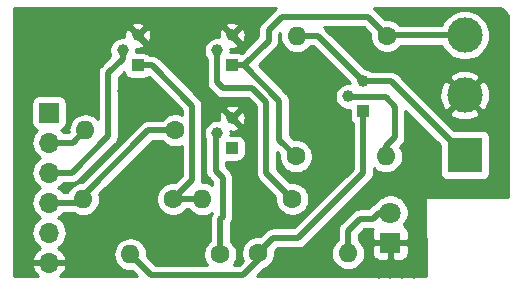
<source format=gbr>
G04 #@! TF.GenerationSoftware,KiCad,Pcbnew,(5.1.0)-1*
G04 #@! TF.CreationDate,2019-12-29T21:42:18+00:00*
G04 #@! TF.ProjectId,WebastoWBUSInterface,57656261-7374-46f5-9742-5553496e7465,rev?*
G04 #@! TF.SameCoordinates,Original*
G04 #@! TF.FileFunction,Copper,L1,Top*
G04 #@! TF.FilePolarity,Positive*
%FSLAX46Y46*%
G04 Gerber Fmt 4.6, Leading zero omitted, Abs format (unit mm)*
G04 Created by KiCad (PCBNEW (5.1.0)-1) date 2019-12-29 21:42:18*
%MOMM*%
%LPD*%
G04 APERTURE LIST*
%ADD10C,1.600000*%
%ADD11O,1.600000X1.600000*%
%ADD12R,3.000000X3.000000*%
%ADD13C,3.000000*%
%ADD14C,1.000000*%
%ADD15R,1.000000X1.000000*%
%ADD16R,1.700000X1.700000*%
%ADD17O,1.700000X1.700000*%
%ADD18R,1.800000X1.800000*%
%ADD19C,1.800000*%
%ADD20C,0.800000*%
%ADD21C,0.500000*%
%ADD22C,0.254000*%
G04 APERTURE END LIST*
D10*
X96100000Y-92800000D03*
D11*
X88480000Y-92800000D03*
D10*
X96400000Y-89200000D03*
D11*
X104020000Y-89200000D03*
D10*
X90000000Y-97500000D03*
D11*
X82380000Y-97500000D03*
D10*
X86000000Y-92800000D03*
D11*
X78380000Y-92800000D03*
D10*
X86200000Y-87000000D03*
D11*
X78580000Y-87000000D03*
D10*
X93200000Y-97400000D03*
D11*
X100820000Y-97400000D03*
D10*
X104100000Y-79000000D03*
D11*
X96480000Y-79000000D03*
D12*
X110700000Y-89100000D03*
D13*
X110700000Y-84020000D03*
X110700000Y-78940000D03*
D14*
X100830000Y-84130000D03*
X102100000Y-82860000D03*
D15*
X102100000Y-85400000D03*
D14*
X89730000Y-80230000D03*
X91000000Y-78960000D03*
D15*
X91000000Y-81500000D03*
D14*
X81730000Y-80230000D03*
X83000000Y-78960000D03*
D15*
X83000000Y-81500000D03*
D14*
X89730000Y-87230000D03*
X91000000Y-85960000D03*
D15*
X91000000Y-88500000D03*
D16*
X75500000Y-85500000D03*
D17*
X75500000Y-88040000D03*
X75500000Y-90580000D03*
X75500000Y-93120000D03*
X75500000Y-95660000D03*
X75500000Y-98200000D03*
D18*
X104400000Y-96500000D03*
D19*
X104400000Y-93960000D03*
D20*
X103400000Y-99200000D03*
X104400000Y-99200000D03*
X105400000Y-99200000D03*
X106400000Y-99200000D03*
X79100000Y-83700000D03*
X78100000Y-83700000D03*
X79100000Y-82700000D03*
X78100000Y-82700000D03*
X81700000Y-83700000D03*
X82900000Y-83700000D03*
D21*
X103430000Y-93960000D02*
X104400000Y-93960000D01*
X102890000Y-94500000D02*
X103430000Y-93960000D01*
X101800000Y-94500000D02*
X102890000Y-94500000D01*
X100820000Y-97400000D02*
X100820000Y-95480000D01*
X100820000Y-95480000D02*
X101800000Y-94500000D01*
X75500000Y-93120000D02*
X78060000Y-93120000D01*
X78060000Y-93120000D02*
X78380000Y-92800000D01*
X83900000Y-87000000D02*
X86200000Y-87000000D01*
X78380000Y-92800000D02*
X78380000Y-92520000D01*
X78380000Y-92520000D02*
X83900000Y-87000000D01*
X77540000Y-88040000D02*
X78580000Y-87000000D01*
X75500000Y-88040000D02*
X77540000Y-88040000D01*
X81730000Y-80937106D02*
X81730000Y-80230000D01*
X80500000Y-82167106D02*
X81730000Y-80937106D01*
X80500000Y-87500000D02*
X80500000Y-82167106D01*
X75500000Y-90580000D02*
X77420000Y-90580000D01*
X77420000Y-90580000D02*
X80500000Y-87500000D01*
X95000000Y-87800000D02*
X96400000Y-89200000D01*
X95000000Y-84500000D02*
X95000000Y-87800000D01*
X91000000Y-81500000D02*
X92000000Y-81500000D01*
X92000000Y-81500000D02*
X95000000Y-84500000D01*
X104160000Y-78940000D02*
X104100000Y-79000000D01*
X110700000Y-78940000D02*
X104160000Y-78940000D01*
X94100000Y-79400000D02*
X92000000Y-81500000D01*
X94100000Y-78500000D02*
X94100000Y-79400000D01*
X95200000Y-77400000D02*
X94100000Y-78500000D01*
X104100000Y-79000000D02*
X102500000Y-77400000D01*
X102500000Y-77400000D02*
X95200000Y-77400000D01*
X98240000Y-79000000D02*
X102100000Y-82860000D01*
X96480000Y-79000000D02*
X98240000Y-79000000D01*
X104460000Y-82860000D02*
X102100000Y-82860000D01*
X110700000Y-89100000D02*
X104460000Y-82860000D01*
X93900000Y-90600000D02*
X96100000Y-92800000D01*
X93900000Y-84600000D02*
X93900000Y-90600000D01*
X92700000Y-83400000D02*
X93900000Y-84600000D01*
X90200000Y-83400000D02*
X92700000Y-83400000D01*
X89730000Y-80230000D02*
X89730000Y-82930000D01*
X89730000Y-82930000D02*
X90200000Y-83400000D01*
X86000000Y-92800000D02*
X88480000Y-92800000D01*
X84200000Y-81500000D02*
X83000000Y-81500000D01*
X87600000Y-84900000D02*
X84200000Y-81500000D01*
X87600000Y-91200000D02*
X87600000Y-84900000D01*
X86000000Y-92800000D02*
X87600000Y-91200000D01*
X84153818Y-99273818D02*
X82380000Y-97500000D01*
X91926182Y-99273818D02*
X84153818Y-99273818D01*
X93200000Y-97400000D02*
X93200000Y-98000000D01*
X93200000Y-98000000D02*
X91926182Y-99273818D01*
X94500000Y-96100000D02*
X93200000Y-97400000D01*
X96600000Y-96100000D02*
X94500000Y-96100000D01*
X102100000Y-85400000D02*
X102100000Y-90600000D01*
X102100000Y-90600000D02*
X96600000Y-96100000D01*
X90000000Y-94500000D02*
X90000000Y-97500000D01*
X90200000Y-94300000D02*
X90000000Y-94500000D01*
X90200000Y-91000000D02*
X90200000Y-94300000D01*
X89600000Y-90400000D02*
X90200000Y-91000000D01*
X89730000Y-87230000D02*
X89600000Y-87360000D01*
X89600000Y-87360000D02*
X89600000Y-90400000D01*
X100900000Y-84200000D02*
X100830000Y-84130000D01*
X104000000Y-84200000D02*
X100900000Y-84200000D01*
X104783183Y-84983183D02*
X104000000Y-84200000D01*
X104783183Y-87583183D02*
X104783183Y-84983183D01*
X104020000Y-89200000D02*
X104020000Y-88346366D01*
X104020000Y-88346366D02*
X104783183Y-87583183D01*
D22*
G36*
X113662540Y-76679102D02*
G01*
X113818894Y-76726308D01*
X113963096Y-76802982D01*
X114089663Y-76906207D01*
X114193769Y-77032051D01*
X114271447Y-77175711D01*
X114319742Y-77331729D01*
X114340000Y-77524473D01*
X114340001Y-81967572D01*
X114340000Y-81967582D01*
X114340001Y-92673000D01*
X107469296Y-92673000D01*
X107443791Y-92675587D01*
X107420010Y-92682954D01*
X107398122Y-92694818D01*
X107378970Y-92710724D01*
X107363288Y-92730061D01*
X107351681Y-92752086D01*
X107344593Y-92775952D01*
X107342298Y-92800743D01*
X107380546Y-99340000D01*
X93111578Y-99340000D01*
X93709310Y-98742269D01*
X93879727Y-98671680D01*
X94114759Y-98514637D01*
X94314637Y-98314759D01*
X94471680Y-98079727D01*
X94579853Y-97818574D01*
X94635000Y-97541335D01*
X94635000Y-97400000D01*
X99378057Y-97400000D01*
X99405764Y-97681309D01*
X99487818Y-97951808D01*
X99621068Y-98201101D01*
X99800392Y-98419608D01*
X100018899Y-98598932D01*
X100268192Y-98732182D01*
X100538691Y-98814236D01*
X100749508Y-98835000D01*
X100890492Y-98835000D01*
X101101309Y-98814236D01*
X101371808Y-98732182D01*
X101621101Y-98598932D01*
X101839608Y-98419608D01*
X102018932Y-98201101D01*
X102152182Y-97951808D01*
X102234236Y-97681309D01*
X102261943Y-97400000D01*
X102861928Y-97400000D01*
X102874188Y-97524482D01*
X102910498Y-97644180D01*
X102969463Y-97754494D01*
X103048815Y-97851185D01*
X103145506Y-97930537D01*
X103255820Y-97989502D01*
X103375518Y-98025812D01*
X103500000Y-98038072D01*
X104114250Y-98035000D01*
X104273000Y-97876250D01*
X104273000Y-96627000D01*
X104527000Y-96627000D01*
X104527000Y-97876250D01*
X104685750Y-98035000D01*
X105300000Y-98038072D01*
X105424482Y-98025812D01*
X105544180Y-97989502D01*
X105654494Y-97930537D01*
X105751185Y-97851185D01*
X105830537Y-97754494D01*
X105889502Y-97644180D01*
X105925812Y-97524482D01*
X105938072Y-97400000D01*
X105935000Y-96785750D01*
X105776250Y-96627000D01*
X104527000Y-96627000D01*
X104273000Y-96627000D01*
X103023750Y-96627000D01*
X102865000Y-96785750D01*
X102861928Y-97400000D01*
X102261943Y-97400000D01*
X102234236Y-97118691D01*
X102152182Y-96848192D01*
X102018932Y-96598899D01*
X101839608Y-96380392D01*
X101705000Y-96269922D01*
X101705000Y-95846578D01*
X102166579Y-95385000D01*
X102846531Y-95385000D01*
X102890000Y-95389281D01*
X102900666Y-95388231D01*
X102874188Y-95475518D01*
X102861928Y-95600000D01*
X102865000Y-96214250D01*
X103023750Y-96373000D01*
X104273000Y-96373000D01*
X104273000Y-96353000D01*
X104527000Y-96353000D01*
X104527000Y-96373000D01*
X105776250Y-96373000D01*
X105935000Y-96214250D01*
X105938072Y-95600000D01*
X105925812Y-95475518D01*
X105889502Y-95355820D01*
X105830537Y-95245506D01*
X105751185Y-95148815D01*
X105654494Y-95069463D01*
X105544180Y-95010498D01*
X105525873Y-95004944D01*
X105592312Y-94938505D01*
X105760299Y-94687095D01*
X105876011Y-94407743D01*
X105935000Y-94111184D01*
X105935000Y-93808816D01*
X105876011Y-93512257D01*
X105760299Y-93232905D01*
X105592312Y-92981495D01*
X105378505Y-92767688D01*
X105127095Y-92599701D01*
X104847743Y-92483989D01*
X104551184Y-92425000D01*
X104248816Y-92425000D01*
X103952257Y-92483989D01*
X103672905Y-92599701D01*
X103421495Y-92767688D01*
X103207688Y-92981495D01*
X103106184Y-93133407D01*
X103089687Y-93138411D01*
X102935941Y-93220589D01*
X102801183Y-93331183D01*
X102773466Y-93364956D01*
X102523422Y-93615000D01*
X101843465Y-93615000D01*
X101799999Y-93610719D01*
X101756533Y-93615000D01*
X101756523Y-93615000D01*
X101626510Y-93627805D01*
X101459687Y-93678411D01*
X101305941Y-93760589D01*
X101305939Y-93760590D01*
X101305940Y-93760590D01*
X101204953Y-93843468D01*
X101204951Y-93843470D01*
X101171183Y-93871183D01*
X101143470Y-93904951D01*
X100224951Y-94823471D01*
X100191184Y-94851183D01*
X100163471Y-94884951D01*
X100163468Y-94884954D01*
X100080590Y-94985941D01*
X99998412Y-95139687D01*
X99947805Y-95306510D01*
X99930719Y-95480000D01*
X99935001Y-95523479D01*
X99935001Y-96269922D01*
X99800392Y-96380392D01*
X99621068Y-96598899D01*
X99487818Y-96848192D01*
X99405764Y-97118691D01*
X99378057Y-97400000D01*
X94635000Y-97400000D01*
X94635000Y-97258665D01*
X94628017Y-97223561D01*
X94866579Y-96985000D01*
X96556531Y-96985000D01*
X96600000Y-96989281D01*
X96643469Y-96985000D01*
X96643477Y-96985000D01*
X96773490Y-96972195D01*
X96940313Y-96921589D01*
X97094059Y-96839411D01*
X97228817Y-96728817D01*
X97256534Y-96695044D01*
X102695049Y-91256530D01*
X102728817Y-91228817D01*
X102756533Y-91195046D01*
X102839411Y-91094059D01*
X102921589Y-90940314D01*
X102972195Y-90773490D01*
X102974165Y-90753490D01*
X102985000Y-90643477D01*
X102985000Y-90643469D01*
X102989281Y-90600000D01*
X102985000Y-90556531D01*
X102985000Y-90200853D01*
X103000392Y-90219608D01*
X103218899Y-90398932D01*
X103468192Y-90532182D01*
X103738691Y-90614236D01*
X103949508Y-90635000D01*
X104090492Y-90635000D01*
X104301309Y-90614236D01*
X104571808Y-90532182D01*
X104821101Y-90398932D01*
X105039608Y-90219608D01*
X105218932Y-90001101D01*
X105352182Y-89751808D01*
X105434236Y-89481309D01*
X105461943Y-89200000D01*
X105434236Y-88918691D01*
X105352182Y-88648192D01*
X105218972Y-88398973D01*
X105378233Y-88239712D01*
X105412000Y-88212000D01*
X105491905Y-88114637D01*
X105522594Y-88077242D01*
X105542500Y-88040000D01*
X105604772Y-87923496D01*
X105655378Y-87756673D01*
X105668183Y-87626660D01*
X105668183Y-87626652D01*
X105672464Y-87583183D01*
X105668183Y-87539714D01*
X105668183Y-85319761D01*
X108561928Y-88213507D01*
X108561928Y-90600000D01*
X108574188Y-90724482D01*
X108610498Y-90844180D01*
X108669463Y-90954494D01*
X108748815Y-91051185D01*
X108845506Y-91130537D01*
X108955820Y-91189502D01*
X109075518Y-91225812D01*
X109200000Y-91238072D01*
X112200000Y-91238072D01*
X112324482Y-91225812D01*
X112444180Y-91189502D01*
X112554494Y-91130537D01*
X112651185Y-91051185D01*
X112730537Y-90954494D01*
X112789502Y-90844180D01*
X112825812Y-90724482D01*
X112838072Y-90600000D01*
X112838072Y-87600000D01*
X112825812Y-87475518D01*
X112789502Y-87355820D01*
X112730537Y-87245506D01*
X112651185Y-87148815D01*
X112554494Y-87069463D01*
X112444180Y-87010498D01*
X112324482Y-86974188D01*
X112200000Y-86961928D01*
X109813507Y-86961928D01*
X108363232Y-85511653D01*
X109387952Y-85511653D01*
X109543962Y-85827214D01*
X109918745Y-86018020D01*
X110323551Y-86132044D01*
X110742824Y-86164902D01*
X111160451Y-86115334D01*
X111560383Y-85985243D01*
X111856038Y-85827214D01*
X112012048Y-85511653D01*
X110700000Y-84199605D01*
X109387952Y-85511653D01*
X108363232Y-85511653D01*
X106914403Y-84062824D01*
X108555098Y-84062824D01*
X108604666Y-84480451D01*
X108734757Y-84880383D01*
X108892786Y-85176038D01*
X109208347Y-85332048D01*
X110520395Y-84020000D01*
X110879605Y-84020000D01*
X112191653Y-85332048D01*
X112507214Y-85176038D01*
X112698020Y-84801255D01*
X112812044Y-84396449D01*
X112844902Y-83977176D01*
X112795334Y-83559549D01*
X112665243Y-83159617D01*
X112507214Y-82863962D01*
X112191653Y-82707952D01*
X110879605Y-84020000D01*
X110520395Y-84020000D01*
X109208347Y-82707952D01*
X108892786Y-82863962D01*
X108701980Y-83238745D01*
X108587956Y-83643551D01*
X108555098Y-84062824D01*
X106914403Y-84062824D01*
X105379926Y-82528347D01*
X109387952Y-82528347D01*
X110700000Y-83840395D01*
X112012048Y-82528347D01*
X111856038Y-82212786D01*
X111481255Y-82021980D01*
X111076449Y-81907956D01*
X110657176Y-81875098D01*
X110239549Y-81924666D01*
X109839617Y-82054757D01*
X109543962Y-82212786D01*
X109387952Y-82528347D01*
X105379926Y-82528347D01*
X105116534Y-82264956D01*
X105088817Y-82231183D01*
X104954059Y-82120589D01*
X104800313Y-82038411D01*
X104633490Y-81987805D01*
X104503477Y-81975000D01*
X104503469Y-81975000D01*
X104460000Y-81970719D01*
X104416531Y-81975000D01*
X102818450Y-81975000D01*
X102637624Y-81854176D01*
X102431067Y-81768617D01*
X102217768Y-81726190D01*
X98896532Y-78404954D01*
X98868817Y-78371183D01*
X98763804Y-78285000D01*
X102133422Y-78285000D01*
X102671983Y-78823561D01*
X102665000Y-78858665D01*
X102665000Y-79141335D01*
X102720147Y-79418574D01*
X102828320Y-79679727D01*
X102985363Y-79914759D01*
X103185241Y-80114637D01*
X103420273Y-80271680D01*
X103681426Y-80379853D01*
X103958665Y-80435000D01*
X104241335Y-80435000D01*
X104518574Y-80379853D01*
X104779727Y-80271680D01*
X105014759Y-80114637D01*
X105214637Y-79914759D01*
X105274612Y-79825000D01*
X108755672Y-79825000D01*
X108807988Y-79951302D01*
X109041637Y-80300983D01*
X109339017Y-80598363D01*
X109688698Y-80832012D01*
X110077244Y-80992953D01*
X110489721Y-81075000D01*
X110910279Y-81075000D01*
X111322756Y-80992953D01*
X111711302Y-80832012D01*
X112060983Y-80598363D01*
X112358363Y-80300983D01*
X112592012Y-79951302D01*
X112752953Y-79562756D01*
X112835000Y-79150279D01*
X112835000Y-78729721D01*
X112752953Y-78317244D01*
X112592012Y-77928698D01*
X112358363Y-77579017D01*
X112060983Y-77281637D01*
X111711302Y-77047988D01*
X111322756Y-76887047D01*
X110910279Y-76805000D01*
X110489721Y-76805000D01*
X110077244Y-76887047D01*
X109688698Y-77047988D01*
X109339017Y-77281637D01*
X109041637Y-77579017D01*
X108807988Y-77928698D01*
X108755672Y-78055000D01*
X105184396Y-78055000D01*
X105014759Y-77885363D01*
X104779727Y-77728320D01*
X104518574Y-77620147D01*
X104241335Y-77565000D01*
X103958665Y-77565000D01*
X103923561Y-77571983D01*
X103156534Y-76804956D01*
X103128817Y-76771183D01*
X102994059Y-76660589D01*
X102992957Y-76660000D01*
X113467723Y-76660000D01*
X113662540Y-76679102D01*
X113662540Y-76679102D01*
G37*
X113662540Y-76679102D02*
X113818894Y-76726308D01*
X113963096Y-76802982D01*
X114089663Y-76906207D01*
X114193769Y-77032051D01*
X114271447Y-77175711D01*
X114319742Y-77331729D01*
X114340000Y-77524473D01*
X114340001Y-81967572D01*
X114340000Y-81967582D01*
X114340001Y-92673000D01*
X107469296Y-92673000D01*
X107443791Y-92675587D01*
X107420010Y-92682954D01*
X107398122Y-92694818D01*
X107378970Y-92710724D01*
X107363288Y-92730061D01*
X107351681Y-92752086D01*
X107344593Y-92775952D01*
X107342298Y-92800743D01*
X107380546Y-99340000D01*
X93111578Y-99340000D01*
X93709310Y-98742269D01*
X93879727Y-98671680D01*
X94114759Y-98514637D01*
X94314637Y-98314759D01*
X94471680Y-98079727D01*
X94579853Y-97818574D01*
X94635000Y-97541335D01*
X94635000Y-97400000D01*
X99378057Y-97400000D01*
X99405764Y-97681309D01*
X99487818Y-97951808D01*
X99621068Y-98201101D01*
X99800392Y-98419608D01*
X100018899Y-98598932D01*
X100268192Y-98732182D01*
X100538691Y-98814236D01*
X100749508Y-98835000D01*
X100890492Y-98835000D01*
X101101309Y-98814236D01*
X101371808Y-98732182D01*
X101621101Y-98598932D01*
X101839608Y-98419608D01*
X102018932Y-98201101D01*
X102152182Y-97951808D01*
X102234236Y-97681309D01*
X102261943Y-97400000D01*
X102861928Y-97400000D01*
X102874188Y-97524482D01*
X102910498Y-97644180D01*
X102969463Y-97754494D01*
X103048815Y-97851185D01*
X103145506Y-97930537D01*
X103255820Y-97989502D01*
X103375518Y-98025812D01*
X103500000Y-98038072D01*
X104114250Y-98035000D01*
X104273000Y-97876250D01*
X104273000Y-96627000D01*
X104527000Y-96627000D01*
X104527000Y-97876250D01*
X104685750Y-98035000D01*
X105300000Y-98038072D01*
X105424482Y-98025812D01*
X105544180Y-97989502D01*
X105654494Y-97930537D01*
X105751185Y-97851185D01*
X105830537Y-97754494D01*
X105889502Y-97644180D01*
X105925812Y-97524482D01*
X105938072Y-97400000D01*
X105935000Y-96785750D01*
X105776250Y-96627000D01*
X104527000Y-96627000D01*
X104273000Y-96627000D01*
X103023750Y-96627000D01*
X102865000Y-96785750D01*
X102861928Y-97400000D01*
X102261943Y-97400000D01*
X102234236Y-97118691D01*
X102152182Y-96848192D01*
X102018932Y-96598899D01*
X101839608Y-96380392D01*
X101705000Y-96269922D01*
X101705000Y-95846578D01*
X102166579Y-95385000D01*
X102846531Y-95385000D01*
X102890000Y-95389281D01*
X102900666Y-95388231D01*
X102874188Y-95475518D01*
X102861928Y-95600000D01*
X102865000Y-96214250D01*
X103023750Y-96373000D01*
X104273000Y-96373000D01*
X104273000Y-96353000D01*
X104527000Y-96353000D01*
X104527000Y-96373000D01*
X105776250Y-96373000D01*
X105935000Y-96214250D01*
X105938072Y-95600000D01*
X105925812Y-95475518D01*
X105889502Y-95355820D01*
X105830537Y-95245506D01*
X105751185Y-95148815D01*
X105654494Y-95069463D01*
X105544180Y-95010498D01*
X105525873Y-95004944D01*
X105592312Y-94938505D01*
X105760299Y-94687095D01*
X105876011Y-94407743D01*
X105935000Y-94111184D01*
X105935000Y-93808816D01*
X105876011Y-93512257D01*
X105760299Y-93232905D01*
X105592312Y-92981495D01*
X105378505Y-92767688D01*
X105127095Y-92599701D01*
X104847743Y-92483989D01*
X104551184Y-92425000D01*
X104248816Y-92425000D01*
X103952257Y-92483989D01*
X103672905Y-92599701D01*
X103421495Y-92767688D01*
X103207688Y-92981495D01*
X103106184Y-93133407D01*
X103089687Y-93138411D01*
X102935941Y-93220589D01*
X102801183Y-93331183D01*
X102773466Y-93364956D01*
X102523422Y-93615000D01*
X101843465Y-93615000D01*
X101799999Y-93610719D01*
X101756533Y-93615000D01*
X101756523Y-93615000D01*
X101626510Y-93627805D01*
X101459687Y-93678411D01*
X101305941Y-93760589D01*
X101305939Y-93760590D01*
X101305940Y-93760590D01*
X101204953Y-93843468D01*
X101204951Y-93843470D01*
X101171183Y-93871183D01*
X101143470Y-93904951D01*
X100224951Y-94823471D01*
X100191184Y-94851183D01*
X100163471Y-94884951D01*
X100163468Y-94884954D01*
X100080590Y-94985941D01*
X99998412Y-95139687D01*
X99947805Y-95306510D01*
X99930719Y-95480000D01*
X99935001Y-95523479D01*
X99935001Y-96269922D01*
X99800392Y-96380392D01*
X99621068Y-96598899D01*
X99487818Y-96848192D01*
X99405764Y-97118691D01*
X99378057Y-97400000D01*
X94635000Y-97400000D01*
X94635000Y-97258665D01*
X94628017Y-97223561D01*
X94866579Y-96985000D01*
X96556531Y-96985000D01*
X96600000Y-96989281D01*
X96643469Y-96985000D01*
X96643477Y-96985000D01*
X96773490Y-96972195D01*
X96940313Y-96921589D01*
X97094059Y-96839411D01*
X97228817Y-96728817D01*
X97256534Y-96695044D01*
X102695049Y-91256530D01*
X102728817Y-91228817D01*
X102756533Y-91195046D01*
X102839411Y-91094059D01*
X102921589Y-90940314D01*
X102972195Y-90773490D01*
X102974165Y-90753490D01*
X102985000Y-90643477D01*
X102985000Y-90643469D01*
X102989281Y-90600000D01*
X102985000Y-90556531D01*
X102985000Y-90200853D01*
X103000392Y-90219608D01*
X103218899Y-90398932D01*
X103468192Y-90532182D01*
X103738691Y-90614236D01*
X103949508Y-90635000D01*
X104090492Y-90635000D01*
X104301309Y-90614236D01*
X104571808Y-90532182D01*
X104821101Y-90398932D01*
X105039608Y-90219608D01*
X105218932Y-90001101D01*
X105352182Y-89751808D01*
X105434236Y-89481309D01*
X105461943Y-89200000D01*
X105434236Y-88918691D01*
X105352182Y-88648192D01*
X105218972Y-88398973D01*
X105378233Y-88239712D01*
X105412000Y-88212000D01*
X105491905Y-88114637D01*
X105522594Y-88077242D01*
X105542500Y-88040000D01*
X105604772Y-87923496D01*
X105655378Y-87756673D01*
X105668183Y-87626660D01*
X105668183Y-87626652D01*
X105672464Y-87583183D01*
X105668183Y-87539714D01*
X105668183Y-85319761D01*
X108561928Y-88213507D01*
X108561928Y-90600000D01*
X108574188Y-90724482D01*
X108610498Y-90844180D01*
X108669463Y-90954494D01*
X108748815Y-91051185D01*
X108845506Y-91130537D01*
X108955820Y-91189502D01*
X109075518Y-91225812D01*
X109200000Y-91238072D01*
X112200000Y-91238072D01*
X112324482Y-91225812D01*
X112444180Y-91189502D01*
X112554494Y-91130537D01*
X112651185Y-91051185D01*
X112730537Y-90954494D01*
X112789502Y-90844180D01*
X112825812Y-90724482D01*
X112838072Y-90600000D01*
X112838072Y-87600000D01*
X112825812Y-87475518D01*
X112789502Y-87355820D01*
X112730537Y-87245506D01*
X112651185Y-87148815D01*
X112554494Y-87069463D01*
X112444180Y-87010498D01*
X112324482Y-86974188D01*
X112200000Y-86961928D01*
X109813507Y-86961928D01*
X108363232Y-85511653D01*
X109387952Y-85511653D01*
X109543962Y-85827214D01*
X109918745Y-86018020D01*
X110323551Y-86132044D01*
X110742824Y-86164902D01*
X111160451Y-86115334D01*
X111560383Y-85985243D01*
X111856038Y-85827214D01*
X112012048Y-85511653D01*
X110700000Y-84199605D01*
X109387952Y-85511653D01*
X108363232Y-85511653D01*
X106914403Y-84062824D01*
X108555098Y-84062824D01*
X108604666Y-84480451D01*
X108734757Y-84880383D01*
X108892786Y-85176038D01*
X109208347Y-85332048D01*
X110520395Y-84020000D01*
X110879605Y-84020000D01*
X112191653Y-85332048D01*
X112507214Y-85176038D01*
X112698020Y-84801255D01*
X112812044Y-84396449D01*
X112844902Y-83977176D01*
X112795334Y-83559549D01*
X112665243Y-83159617D01*
X112507214Y-82863962D01*
X112191653Y-82707952D01*
X110879605Y-84020000D01*
X110520395Y-84020000D01*
X109208347Y-82707952D01*
X108892786Y-82863962D01*
X108701980Y-83238745D01*
X108587956Y-83643551D01*
X108555098Y-84062824D01*
X106914403Y-84062824D01*
X105379926Y-82528347D01*
X109387952Y-82528347D01*
X110700000Y-83840395D01*
X112012048Y-82528347D01*
X111856038Y-82212786D01*
X111481255Y-82021980D01*
X111076449Y-81907956D01*
X110657176Y-81875098D01*
X110239549Y-81924666D01*
X109839617Y-82054757D01*
X109543962Y-82212786D01*
X109387952Y-82528347D01*
X105379926Y-82528347D01*
X105116534Y-82264956D01*
X105088817Y-82231183D01*
X104954059Y-82120589D01*
X104800313Y-82038411D01*
X104633490Y-81987805D01*
X104503477Y-81975000D01*
X104503469Y-81975000D01*
X104460000Y-81970719D01*
X104416531Y-81975000D01*
X102818450Y-81975000D01*
X102637624Y-81854176D01*
X102431067Y-81768617D01*
X102217768Y-81726190D01*
X98896532Y-78404954D01*
X98868817Y-78371183D01*
X98763804Y-78285000D01*
X102133422Y-78285000D01*
X102671983Y-78823561D01*
X102665000Y-78858665D01*
X102665000Y-79141335D01*
X102720147Y-79418574D01*
X102828320Y-79679727D01*
X102985363Y-79914759D01*
X103185241Y-80114637D01*
X103420273Y-80271680D01*
X103681426Y-80379853D01*
X103958665Y-80435000D01*
X104241335Y-80435000D01*
X104518574Y-80379853D01*
X104779727Y-80271680D01*
X105014759Y-80114637D01*
X105214637Y-79914759D01*
X105274612Y-79825000D01*
X108755672Y-79825000D01*
X108807988Y-79951302D01*
X109041637Y-80300983D01*
X109339017Y-80598363D01*
X109688698Y-80832012D01*
X110077244Y-80992953D01*
X110489721Y-81075000D01*
X110910279Y-81075000D01*
X111322756Y-80992953D01*
X111711302Y-80832012D01*
X112060983Y-80598363D01*
X112358363Y-80300983D01*
X112592012Y-79951302D01*
X112752953Y-79562756D01*
X112835000Y-79150279D01*
X112835000Y-78729721D01*
X112752953Y-78317244D01*
X112592012Y-77928698D01*
X112358363Y-77579017D01*
X112060983Y-77281637D01*
X111711302Y-77047988D01*
X111322756Y-76887047D01*
X110910279Y-76805000D01*
X110489721Y-76805000D01*
X110077244Y-76887047D01*
X109688698Y-77047988D01*
X109339017Y-77281637D01*
X109041637Y-77579017D01*
X108807988Y-77928698D01*
X108755672Y-78055000D01*
X105184396Y-78055000D01*
X105014759Y-77885363D01*
X104779727Y-77728320D01*
X104518574Y-77620147D01*
X104241335Y-77565000D01*
X103958665Y-77565000D01*
X103923561Y-77571983D01*
X103156534Y-76804956D01*
X103128817Y-76771183D01*
X102994059Y-76660589D01*
X102992957Y-76660000D01*
X113467723Y-76660000D01*
X113662540Y-76679102D01*
G36*
X94705941Y-76660589D02*
G01*
X94604953Y-76743468D01*
X94604951Y-76743470D01*
X94571183Y-76771183D01*
X94543470Y-76804951D01*
X93504956Y-77843466D01*
X93471183Y-77871183D01*
X93360589Y-78005942D01*
X93278411Y-78159688D01*
X93227805Y-78326511D01*
X93215000Y-78456524D01*
X93215000Y-78456531D01*
X93210719Y-78500000D01*
X93215000Y-78543469D01*
X93215000Y-79033421D01*
X91805270Y-80443152D01*
X91744180Y-80410498D01*
X91624482Y-80374188D01*
X91500000Y-80361928D01*
X90860994Y-80361928D01*
X90865000Y-80341788D01*
X90865000Y-80118212D01*
X90859737Y-80091753D01*
X91082406Y-80097511D01*
X91302740Y-80059577D01*
X91511440Y-79979387D01*
X91563450Y-79951588D01*
X91598561Y-79738166D01*
X91000000Y-79139605D01*
X90985858Y-79153748D01*
X90806253Y-78974143D01*
X90820395Y-78960000D01*
X91179605Y-78960000D01*
X91778166Y-79558561D01*
X91991588Y-79523450D01*
X92082458Y-79319174D01*
X92131731Y-79101095D01*
X92137511Y-78877594D01*
X92099577Y-78657260D01*
X92019387Y-78448560D01*
X91991588Y-78396550D01*
X91778166Y-78361439D01*
X91179605Y-78960000D01*
X90820395Y-78960000D01*
X90221834Y-78361439D01*
X90008412Y-78396550D01*
X89917542Y-78600826D01*
X89868269Y-78818905D01*
X89862489Y-79042406D01*
X89872599Y-79101129D01*
X89841788Y-79095000D01*
X89618212Y-79095000D01*
X89398933Y-79138617D01*
X89192376Y-79224176D01*
X89006480Y-79348388D01*
X88848388Y-79506480D01*
X88724176Y-79692376D01*
X88638617Y-79898933D01*
X88595000Y-80118212D01*
X88595000Y-80341788D01*
X88638617Y-80561067D01*
X88724176Y-80767624D01*
X88845000Y-80948450D01*
X88845001Y-82886521D01*
X88840719Y-82930000D01*
X88857805Y-83103490D01*
X88908412Y-83270313D01*
X88990590Y-83424059D01*
X89073468Y-83525046D01*
X89073471Y-83525049D01*
X89101184Y-83558817D01*
X89134952Y-83586530D01*
X89543466Y-83995044D01*
X89571183Y-84028817D01*
X89705941Y-84139411D01*
X89859687Y-84221589D01*
X90026510Y-84272195D01*
X90156523Y-84285000D01*
X90156533Y-84285000D01*
X90199999Y-84289281D01*
X90243465Y-84285000D01*
X92333422Y-84285000D01*
X93015000Y-84966579D01*
X93015001Y-90556521D01*
X93010719Y-90600000D01*
X93027805Y-90773490D01*
X93078412Y-90940313D01*
X93160590Y-91094059D01*
X93243468Y-91195046D01*
X93243469Y-91195047D01*
X93271184Y-91228817D01*
X93304951Y-91256529D01*
X94671983Y-92623561D01*
X94665000Y-92658665D01*
X94665000Y-92941335D01*
X94720147Y-93218574D01*
X94828320Y-93479727D01*
X94985363Y-93714759D01*
X95185241Y-93914637D01*
X95420273Y-94071680D01*
X95681426Y-94179853D01*
X95958665Y-94235000D01*
X96241335Y-94235000D01*
X96518574Y-94179853D01*
X96779727Y-94071680D01*
X97014759Y-93914637D01*
X97214637Y-93714759D01*
X97371680Y-93479727D01*
X97479853Y-93218574D01*
X97535000Y-92941335D01*
X97535000Y-92658665D01*
X97479853Y-92381426D01*
X97371680Y-92120273D01*
X97214637Y-91885241D01*
X97014759Y-91685363D01*
X96779727Y-91528320D01*
X96518574Y-91420147D01*
X96241335Y-91365000D01*
X95958665Y-91365000D01*
X95923561Y-91371983D01*
X94785000Y-90233422D01*
X94785000Y-88836578D01*
X94971983Y-89023561D01*
X94965000Y-89058665D01*
X94965000Y-89341335D01*
X95020147Y-89618574D01*
X95128320Y-89879727D01*
X95285363Y-90114759D01*
X95485241Y-90314637D01*
X95720273Y-90471680D01*
X95981426Y-90579853D01*
X96258665Y-90635000D01*
X96541335Y-90635000D01*
X96818574Y-90579853D01*
X97079727Y-90471680D01*
X97314759Y-90314637D01*
X97514637Y-90114759D01*
X97671680Y-89879727D01*
X97779853Y-89618574D01*
X97835000Y-89341335D01*
X97835000Y-89058665D01*
X97779853Y-88781426D01*
X97671680Y-88520273D01*
X97514637Y-88285241D01*
X97314759Y-88085363D01*
X97079727Y-87928320D01*
X96818574Y-87820147D01*
X96541335Y-87765000D01*
X96258665Y-87765000D01*
X96223561Y-87771983D01*
X95885000Y-87433422D01*
X95885000Y-84543469D01*
X95889281Y-84500000D01*
X95885000Y-84456531D01*
X95885000Y-84456523D01*
X95872195Y-84326510D01*
X95856323Y-84274188D01*
X95821589Y-84159686D01*
X95739411Y-84005941D01*
X95656532Y-83904953D01*
X95656530Y-83904951D01*
X95628817Y-83871183D01*
X95595050Y-83843471D01*
X93251578Y-81500000D01*
X94695049Y-80056530D01*
X94728817Y-80028817D01*
X94792433Y-79951302D01*
X94839410Y-79894060D01*
X94841747Y-79889688D01*
X94921589Y-79740313D01*
X94972195Y-79573490D01*
X94985000Y-79443477D01*
X94985000Y-79443467D01*
X94989281Y-79400001D01*
X94985000Y-79356535D01*
X94985000Y-78866578D01*
X95058431Y-78793148D01*
X95038057Y-79000000D01*
X95065764Y-79281309D01*
X95147818Y-79551808D01*
X95281068Y-79801101D01*
X95460392Y-80019608D01*
X95678899Y-80198932D01*
X95928192Y-80332182D01*
X96198691Y-80414236D01*
X96409508Y-80435000D01*
X96550492Y-80435000D01*
X96761309Y-80414236D01*
X97031808Y-80332182D01*
X97281101Y-80198932D01*
X97499608Y-80019608D01*
X97610078Y-79885000D01*
X97873422Y-79885000D01*
X100966190Y-82977768D01*
X100970764Y-83000764D01*
X100941788Y-82995000D01*
X100718212Y-82995000D01*
X100498933Y-83038617D01*
X100292376Y-83124176D01*
X100106480Y-83248388D01*
X99948388Y-83406480D01*
X99824176Y-83592376D01*
X99738617Y-83798933D01*
X99695000Y-84018212D01*
X99695000Y-84241788D01*
X99738617Y-84461067D01*
X99824176Y-84667624D01*
X99948388Y-84853520D01*
X100106480Y-85011612D01*
X100292376Y-85135824D01*
X100498933Y-85221383D01*
X100718212Y-85265000D01*
X100941788Y-85265000D01*
X100961928Y-85260994D01*
X100961928Y-85900000D01*
X100974188Y-86024482D01*
X101010498Y-86144180D01*
X101069463Y-86254494D01*
X101148815Y-86351185D01*
X101215000Y-86405502D01*
X101215001Y-90233420D01*
X96233422Y-95215000D01*
X94543469Y-95215000D01*
X94500000Y-95210719D01*
X94456531Y-95215000D01*
X94456523Y-95215000D01*
X94326510Y-95227805D01*
X94159686Y-95278411D01*
X94005941Y-95360589D01*
X93904953Y-95443468D01*
X93904951Y-95443470D01*
X93871183Y-95471183D01*
X93843470Y-95504951D01*
X93376439Y-95971983D01*
X93341335Y-95965000D01*
X93058665Y-95965000D01*
X92781426Y-96020147D01*
X92520273Y-96128320D01*
X92285241Y-96285363D01*
X92085363Y-96485241D01*
X91928320Y-96720273D01*
X91820147Y-96981426D01*
X91765000Y-97258665D01*
X91765000Y-97541335D01*
X91820147Y-97818574D01*
X91910856Y-98037565D01*
X91559604Y-98388818D01*
X91131970Y-98388818D01*
X91271680Y-98179727D01*
X91379853Y-97918574D01*
X91435000Y-97641335D01*
X91435000Y-97358665D01*
X91379853Y-97081426D01*
X91271680Y-96820273D01*
X91114637Y-96585241D01*
X90914759Y-96385363D01*
X90885000Y-96365479D01*
X90885000Y-94860358D01*
X90939411Y-94794059D01*
X91021589Y-94640313D01*
X91072195Y-94473490D01*
X91085000Y-94343477D01*
X91085000Y-94343469D01*
X91089281Y-94300000D01*
X91085000Y-94256531D01*
X91085000Y-91043465D01*
X91089281Y-90999999D01*
X91085000Y-90956533D01*
X91085000Y-90956523D01*
X91072195Y-90826510D01*
X91021589Y-90659687D01*
X90939411Y-90505941D01*
X90915210Y-90476452D01*
X90856532Y-90404953D01*
X90856530Y-90404951D01*
X90828817Y-90371183D01*
X90795050Y-90343471D01*
X90485000Y-90033422D01*
X90485000Y-89636595D01*
X90500000Y-89638072D01*
X91500000Y-89638072D01*
X91624482Y-89625812D01*
X91744180Y-89589502D01*
X91854494Y-89530537D01*
X91951185Y-89451185D01*
X92030537Y-89354494D01*
X92089502Y-89244180D01*
X92125812Y-89124482D01*
X92138072Y-89000000D01*
X92138072Y-88000000D01*
X92125812Y-87875518D01*
X92089502Y-87755820D01*
X92030537Y-87645506D01*
X91951185Y-87548815D01*
X91854494Y-87469463D01*
X91744180Y-87410498D01*
X91624482Y-87374188D01*
X91500000Y-87361928D01*
X90860994Y-87361928D01*
X90865000Y-87341788D01*
X90865000Y-87118212D01*
X90859737Y-87091753D01*
X91082406Y-87097511D01*
X91302740Y-87059577D01*
X91511440Y-86979387D01*
X91563450Y-86951588D01*
X91598561Y-86738166D01*
X91000000Y-86139605D01*
X90985858Y-86153748D01*
X90806253Y-85974143D01*
X90820395Y-85960000D01*
X91179605Y-85960000D01*
X91778166Y-86558561D01*
X91991588Y-86523450D01*
X92082458Y-86319174D01*
X92131731Y-86101095D01*
X92137511Y-85877594D01*
X92099577Y-85657260D01*
X92019387Y-85448560D01*
X91991588Y-85396550D01*
X91778166Y-85361439D01*
X91179605Y-85960000D01*
X90820395Y-85960000D01*
X90221834Y-85361439D01*
X90008412Y-85396550D01*
X89917542Y-85600826D01*
X89868269Y-85818905D01*
X89862489Y-86042406D01*
X89872599Y-86101129D01*
X89841788Y-86095000D01*
X89618212Y-86095000D01*
X89398933Y-86138617D01*
X89192376Y-86224176D01*
X89006480Y-86348388D01*
X88848388Y-86506480D01*
X88724176Y-86692376D01*
X88638617Y-86898933D01*
X88595000Y-87118212D01*
X88595000Y-87341788D01*
X88638617Y-87561067D01*
X88715000Y-87745472D01*
X88715001Y-90356521D01*
X88710719Y-90400000D01*
X88727805Y-90573490D01*
X88778412Y-90740313D01*
X88860590Y-90894059D01*
X88943468Y-90995046D01*
X88943471Y-90995049D01*
X88971184Y-91028817D01*
X89004951Y-91056529D01*
X89315000Y-91366579D01*
X89315000Y-91628888D01*
X89281101Y-91601068D01*
X89031808Y-91467818D01*
X88761309Y-91385764D01*
X88550492Y-91365000D01*
X88473031Y-91365000D01*
X88485000Y-91243477D01*
X88485000Y-91243469D01*
X88489281Y-91200000D01*
X88485000Y-91156531D01*
X88485000Y-85181834D01*
X90401439Y-85181834D01*
X91000000Y-85780395D01*
X91598561Y-85181834D01*
X91563450Y-84968412D01*
X91359174Y-84877542D01*
X91141095Y-84828269D01*
X90917594Y-84822489D01*
X90697260Y-84860423D01*
X90488560Y-84940613D01*
X90436550Y-84968412D01*
X90401439Y-85181834D01*
X88485000Y-85181834D01*
X88485000Y-84943465D01*
X88489281Y-84899999D01*
X88485000Y-84856532D01*
X88485000Y-84856523D01*
X88472195Y-84726510D01*
X88421589Y-84559687D01*
X88339411Y-84405941D01*
X88274223Y-84326510D01*
X88256532Y-84304953D01*
X88256530Y-84304951D01*
X88228817Y-84271183D01*
X88195049Y-84243470D01*
X84856532Y-80904954D01*
X84828817Y-80871183D01*
X84694059Y-80760589D01*
X84540313Y-80678411D01*
X84373490Y-80627805D01*
X84243477Y-80615000D01*
X84243469Y-80615000D01*
X84200000Y-80610719D01*
X84156531Y-80615000D01*
X84005501Y-80615000D01*
X83951185Y-80548815D01*
X83854494Y-80469463D01*
X83744180Y-80410498D01*
X83624482Y-80374188D01*
X83500000Y-80361928D01*
X82860994Y-80361928D01*
X82865000Y-80341788D01*
X82865000Y-80118212D01*
X82859737Y-80091753D01*
X83082406Y-80097511D01*
X83302740Y-80059577D01*
X83511440Y-79979387D01*
X83563450Y-79951588D01*
X83598561Y-79738166D01*
X83000000Y-79139605D01*
X82985858Y-79153748D01*
X82806253Y-78974143D01*
X82820395Y-78960000D01*
X83179605Y-78960000D01*
X83778166Y-79558561D01*
X83991588Y-79523450D01*
X84082458Y-79319174D01*
X84131731Y-79101095D01*
X84137511Y-78877594D01*
X84099577Y-78657260D01*
X84019387Y-78448560D01*
X83991588Y-78396550D01*
X83778166Y-78361439D01*
X83179605Y-78960000D01*
X82820395Y-78960000D01*
X82221834Y-78361439D01*
X82008412Y-78396550D01*
X81917542Y-78600826D01*
X81868269Y-78818905D01*
X81862489Y-79042406D01*
X81872599Y-79101129D01*
X81841788Y-79095000D01*
X81618212Y-79095000D01*
X81398933Y-79138617D01*
X81192376Y-79224176D01*
X81006480Y-79348388D01*
X80848388Y-79506480D01*
X80724176Y-79692376D01*
X80638617Y-79898933D01*
X80595000Y-80118212D01*
X80595000Y-80341788D01*
X80638617Y-80561067D01*
X80701836Y-80713691D01*
X79904951Y-81510577D01*
X79871184Y-81538289D01*
X79843471Y-81572057D01*
X79843468Y-81572060D01*
X79760590Y-81673047D01*
X79678412Y-81826793D01*
X79627805Y-81993616D01*
X79610719Y-82167106D01*
X79615001Y-82210585D01*
X79615000Y-85999148D01*
X79599608Y-85980392D01*
X79381101Y-85801068D01*
X79131808Y-85667818D01*
X78861309Y-85585764D01*
X78650492Y-85565000D01*
X78509508Y-85565000D01*
X78298691Y-85585764D01*
X78028192Y-85667818D01*
X77778899Y-85801068D01*
X77560392Y-85980392D01*
X77381068Y-86198899D01*
X77247818Y-86448192D01*
X77165764Y-86718691D01*
X77138057Y-87000000D01*
X77153323Y-87155000D01*
X76694759Y-87155000D01*
X76555134Y-86984866D01*
X76525313Y-86960393D01*
X76594180Y-86939502D01*
X76704494Y-86880537D01*
X76801185Y-86801185D01*
X76880537Y-86704494D01*
X76939502Y-86594180D01*
X76975812Y-86474482D01*
X76988072Y-86350000D01*
X76988072Y-84650000D01*
X76975812Y-84525518D01*
X76939502Y-84405820D01*
X76880537Y-84295506D01*
X76801185Y-84198815D01*
X76704494Y-84119463D01*
X76594180Y-84060498D01*
X76474482Y-84024188D01*
X76350000Y-84011928D01*
X74650000Y-84011928D01*
X74525518Y-84024188D01*
X74405820Y-84060498D01*
X74295506Y-84119463D01*
X74198815Y-84198815D01*
X74119463Y-84295506D01*
X74060498Y-84405820D01*
X74024188Y-84525518D01*
X74011928Y-84650000D01*
X74011928Y-86350000D01*
X74024188Y-86474482D01*
X74060498Y-86594180D01*
X74119463Y-86704494D01*
X74198815Y-86801185D01*
X74295506Y-86880537D01*
X74405820Y-86939502D01*
X74474687Y-86960393D01*
X74444866Y-86984866D01*
X74259294Y-87210986D01*
X74121401Y-87468966D01*
X74036487Y-87748889D01*
X74007815Y-88040000D01*
X74036487Y-88331111D01*
X74121401Y-88611034D01*
X74259294Y-88869014D01*
X74444866Y-89095134D01*
X74670986Y-89280706D01*
X74725791Y-89310000D01*
X74670986Y-89339294D01*
X74444866Y-89524866D01*
X74259294Y-89750986D01*
X74121401Y-90008966D01*
X74036487Y-90288889D01*
X74007815Y-90580000D01*
X74036487Y-90871111D01*
X74121401Y-91151034D01*
X74259294Y-91409014D01*
X74444866Y-91635134D01*
X74670986Y-91820706D01*
X74725791Y-91850000D01*
X74670986Y-91879294D01*
X74444866Y-92064866D01*
X74259294Y-92290986D01*
X74121401Y-92548966D01*
X74036487Y-92828889D01*
X74007815Y-93120000D01*
X74036487Y-93411111D01*
X74121401Y-93691034D01*
X74259294Y-93949014D01*
X74444866Y-94175134D01*
X74670986Y-94360706D01*
X74725791Y-94390000D01*
X74670986Y-94419294D01*
X74444866Y-94604866D01*
X74259294Y-94830986D01*
X74121401Y-95088966D01*
X74036487Y-95368889D01*
X74007815Y-95660000D01*
X74036487Y-95951111D01*
X74121401Y-96231034D01*
X74259294Y-96489014D01*
X74444866Y-96715134D01*
X74670986Y-96900706D01*
X74735523Y-96935201D01*
X74618645Y-97004822D01*
X74402412Y-97199731D01*
X74228359Y-97433080D01*
X74103175Y-97695901D01*
X74058524Y-97843110D01*
X74179845Y-98073000D01*
X75373000Y-98073000D01*
X75373000Y-98053000D01*
X75627000Y-98053000D01*
X75627000Y-98073000D01*
X76820155Y-98073000D01*
X76941476Y-97843110D01*
X76896825Y-97695901D01*
X76771641Y-97433080D01*
X76597588Y-97199731D01*
X76381355Y-97004822D01*
X76264477Y-96935201D01*
X76329014Y-96900706D01*
X76555134Y-96715134D01*
X76740706Y-96489014D01*
X76878599Y-96231034D01*
X76963513Y-95951111D01*
X76992185Y-95660000D01*
X76963513Y-95368889D01*
X76878599Y-95088966D01*
X76740706Y-94830986D01*
X76555134Y-94604866D01*
X76329014Y-94419294D01*
X76274209Y-94390000D01*
X76329014Y-94360706D01*
X76555134Y-94175134D01*
X76694759Y-94005000D01*
X77590251Y-94005000D01*
X77828192Y-94132182D01*
X78098691Y-94214236D01*
X78309508Y-94235000D01*
X78450492Y-94235000D01*
X78661309Y-94214236D01*
X78931808Y-94132182D01*
X79181101Y-93998932D01*
X79399608Y-93819608D01*
X79578932Y-93601101D01*
X79712182Y-93351808D01*
X79794236Y-93081309D01*
X79821943Y-92800000D01*
X79794236Y-92518691D01*
X79756683Y-92394895D01*
X84266579Y-87885000D01*
X85065479Y-87885000D01*
X85085363Y-87914759D01*
X85285241Y-88114637D01*
X85520273Y-88271680D01*
X85781426Y-88379853D01*
X86058665Y-88435000D01*
X86341335Y-88435000D01*
X86618574Y-88379853D01*
X86715000Y-88339912D01*
X86715000Y-90833421D01*
X86176439Y-91371983D01*
X86141335Y-91365000D01*
X85858665Y-91365000D01*
X85581426Y-91420147D01*
X85320273Y-91528320D01*
X85085241Y-91685363D01*
X84885363Y-91885241D01*
X84728320Y-92120273D01*
X84620147Y-92381426D01*
X84565000Y-92658665D01*
X84565000Y-92941335D01*
X84620147Y-93218574D01*
X84728320Y-93479727D01*
X84885363Y-93714759D01*
X85085241Y-93914637D01*
X85320273Y-94071680D01*
X85581426Y-94179853D01*
X85858665Y-94235000D01*
X86141335Y-94235000D01*
X86418574Y-94179853D01*
X86679727Y-94071680D01*
X86914759Y-93914637D01*
X87114637Y-93714759D01*
X87134521Y-93685000D01*
X87349922Y-93685000D01*
X87460392Y-93819608D01*
X87678899Y-93998932D01*
X87928192Y-94132182D01*
X88198691Y-94214236D01*
X88409508Y-94235000D01*
X88550492Y-94235000D01*
X88761309Y-94214236D01*
X89031808Y-94132182D01*
X89257630Y-94011477D01*
X89178411Y-94159688D01*
X89127805Y-94326511D01*
X89115000Y-94456524D01*
X89115000Y-94456531D01*
X89110719Y-94500000D01*
X89115000Y-94543469D01*
X89115001Y-96365478D01*
X89085241Y-96385363D01*
X88885363Y-96585241D01*
X88728320Y-96820273D01*
X88620147Y-97081426D01*
X88565000Y-97358665D01*
X88565000Y-97641335D01*
X88620147Y-97918574D01*
X88728320Y-98179727D01*
X88868030Y-98388818D01*
X84520397Y-98388818D01*
X83804875Y-97673296D01*
X83821943Y-97500000D01*
X83794236Y-97218691D01*
X83712182Y-96948192D01*
X83578932Y-96698899D01*
X83399608Y-96480392D01*
X83181101Y-96301068D01*
X82931808Y-96167818D01*
X82661309Y-96085764D01*
X82450492Y-96065000D01*
X82309508Y-96065000D01*
X82098691Y-96085764D01*
X81828192Y-96167818D01*
X81578899Y-96301068D01*
X81360392Y-96480392D01*
X81181068Y-96698899D01*
X81047818Y-96948192D01*
X80965764Y-97218691D01*
X80938057Y-97500000D01*
X80965764Y-97781309D01*
X81047818Y-98051808D01*
X81181068Y-98301101D01*
X81360392Y-98519608D01*
X81578899Y-98698932D01*
X81828192Y-98832182D01*
X82098691Y-98914236D01*
X82309508Y-98935000D01*
X82450492Y-98935000D01*
X82553296Y-98924875D01*
X82968421Y-99340000D01*
X76442570Y-99340000D01*
X76597588Y-99200269D01*
X76771641Y-98966920D01*
X76896825Y-98704099D01*
X76941476Y-98556890D01*
X76820155Y-98327000D01*
X75627000Y-98327000D01*
X75627000Y-98347000D01*
X75373000Y-98347000D01*
X75373000Y-98327000D01*
X74179845Y-98327000D01*
X74058524Y-98556890D01*
X74103175Y-98704099D01*
X74228359Y-98966920D01*
X74402412Y-99200269D01*
X74557430Y-99340000D01*
X72527000Y-99340000D01*
X72527000Y-78181834D01*
X82401439Y-78181834D01*
X83000000Y-78780395D01*
X83598561Y-78181834D01*
X90401439Y-78181834D01*
X91000000Y-78780395D01*
X91598561Y-78181834D01*
X91563450Y-77968412D01*
X91359174Y-77877542D01*
X91141095Y-77828269D01*
X90917594Y-77822489D01*
X90697260Y-77860423D01*
X90488560Y-77940613D01*
X90436550Y-77968412D01*
X90401439Y-78181834D01*
X83598561Y-78181834D01*
X83563450Y-77968412D01*
X83359174Y-77877542D01*
X83141095Y-77828269D01*
X82917594Y-77822489D01*
X82697260Y-77860423D01*
X82488560Y-77940613D01*
X82436550Y-77968412D01*
X82401439Y-78181834D01*
X72527000Y-78181834D01*
X72527000Y-76660000D01*
X94707043Y-76660000D01*
X94705941Y-76660589D01*
X94705941Y-76660589D01*
G37*
X94705941Y-76660589D02*
X94604953Y-76743468D01*
X94604951Y-76743470D01*
X94571183Y-76771183D01*
X94543470Y-76804951D01*
X93504956Y-77843466D01*
X93471183Y-77871183D01*
X93360589Y-78005942D01*
X93278411Y-78159688D01*
X93227805Y-78326511D01*
X93215000Y-78456524D01*
X93215000Y-78456531D01*
X93210719Y-78500000D01*
X93215000Y-78543469D01*
X93215000Y-79033421D01*
X91805270Y-80443152D01*
X91744180Y-80410498D01*
X91624482Y-80374188D01*
X91500000Y-80361928D01*
X90860994Y-80361928D01*
X90865000Y-80341788D01*
X90865000Y-80118212D01*
X90859737Y-80091753D01*
X91082406Y-80097511D01*
X91302740Y-80059577D01*
X91511440Y-79979387D01*
X91563450Y-79951588D01*
X91598561Y-79738166D01*
X91000000Y-79139605D01*
X90985858Y-79153748D01*
X90806253Y-78974143D01*
X90820395Y-78960000D01*
X91179605Y-78960000D01*
X91778166Y-79558561D01*
X91991588Y-79523450D01*
X92082458Y-79319174D01*
X92131731Y-79101095D01*
X92137511Y-78877594D01*
X92099577Y-78657260D01*
X92019387Y-78448560D01*
X91991588Y-78396550D01*
X91778166Y-78361439D01*
X91179605Y-78960000D01*
X90820395Y-78960000D01*
X90221834Y-78361439D01*
X90008412Y-78396550D01*
X89917542Y-78600826D01*
X89868269Y-78818905D01*
X89862489Y-79042406D01*
X89872599Y-79101129D01*
X89841788Y-79095000D01*
X89618212Y-79095000D01*
X89398933Y-79138617D01*
X89192376Y-79224176D01*
X89006480Y-79348388D01*
X88848388Y-79506480D01*
X88724176Y-79692376D01*
X88638617Y-79898933D01*
X88595000Y-80118212D01*
X88595000Y-80341788D01*
X88638617Y-80561067D01*
X88724176Y-80767624D01*
X88845000Y-80948450D01*
X88845001Y-82886521D01*
X88840719Y-82930000D01*
X88857805Y-83103490D01*
X88908412Y-83270313D01*
X88990590Y-83424059D01*
X89073468Y-83525046D01*
X89073471Y-83525049D01*
X89101184Y-83558817D01*
X89134952Y-83586530D01*
X89543466Y-83995044D01*
X89571183Y-84028817D01*
X89705941Y-84139411D01*
X89859687Y-84221589D01*
X90026510Y-84272195D01*
X90156523Y-84285000D01*
X90156533Y-84285000D01*
X90199999Y-84289281D01*
X90243465Y-84285000D01*
X92333422Y-84285000D01*
X93015000Y-84966579D01*
X93015001Y-90556521D01*
X93010719Y-90600000D01*
X93027805Y-90773490D01*
X93078412Y-90940313D01*
X93160590Y-91094059D01*
X93243468Y-91195046D01*
X93243469Y-91195047D01*
X93271184Y-91228817D01*
X93304951Y-91256529D01*
X94671983Y-92623561D01*
X94665000Y-92658665D01*
X94665000Y-92941335D01*
X94720147Y-93218574D01*
X94828320Y-93479727D01*
X94985363Y-93714759D01*
X95185241Y-93914637D01*
X95420273Y-94071680D01*
X95681426Y-94179853D01*
X95958665Y-94235000D01*
X96241335Y-94235000D01*
X96518574Y-94179853D01*
X96779727Y-94071680D01*
X97014759Y-93914637D01*
X97214637Y-93714759D01*
X97371680Y-93479727D01*
X97479853Y-93218574D01*
X97535000Y-92941335D01*
X97535000Y-92658665D01*
X97479853Y-92381426D01*
X97371680Y-92120273D01*
X97214637Y-91885241D01*
X97014759Y-91685363D01*
X96779727Y-91528320D01*
X96518574Y-91420147D01*
X96241335Y-91365000D01*
X95958665Y-91365000D01*
X95923561Y-91371983D01*
X94785000Y-90233422D01*
X94785000Y-88836578D01*
X94971983Y-89023561D01*
X94965000Y-89058665D01*
X94965000Y-89341335D01*
X95020147Y-89618574D01*
X95128320Y-89879727D01*
X95285363Y-90114759D01*
X95485241Y-90314637D01*
X95720273Y-90471680D01*
X95981426Y-90579853D01*
X96258665Y-90635000D01*
X96541335Y-90635000D01*
X96818574Y-90579853D01*
X97079727Y-90471680D01*
X97314759Y-90314637D01*
X97514637Y-90114759D01*
X97671680Y-89879727D01*
X97779853Y-89618574D01*
X97835000Y-89341335D01*
X97835000Y-89058665D01*
X97779853Y-88781426D01*
X97671680Y-88520273D01*
X97514637Y-88285241D01*
X97314759Y-88085363D01*
X97079727Y-87928320D01*
X96818574Y-87820147D01*
X96541335Y-87765000D01*
X96258665Y-87765000D01*
X96223561Y-87771983D01*
X95885000Y-87433422D01*
X95885000Y-84543469D01*
X95889281Y-84500000D01*
X95885000Y-84456531D01*
X95885000Y-84456523D01*
X95872195Y-84326510D01*
X95856323Y-84274188D01*
X95821589Y-84159686D01*
X95739411Y-84005941D01*
X95656532Y-83904953D01*
X95656530Y-83904951D01*
X95628817Y-83871183D01*
X95595050Y-83843471D01*
X93251578Y-81500000D01*
X94695049Y-80056530D01*
X94728817Y-80028817D01*
X94792433Y-79951302D01*
X94839410Y-79894060D01*
X94841747Y-79889688D01*
X94921589Y-79740313D01*
X94972195Y-79573490D01*
X94985000Y-79443477D01*
X94985000Y-79443467D01*
X94989281Y-79400001D01*
X94985000Y-79356535D01*
X94985000Y-78866578D01*
X95058431Y-78793148D01*
X95038057Y-79000000D01*
X95065764Y-79281309D01*
X95147818Y-79551808D01*
X95281068Y-79801101D01*
X95460392Y-80019608D01*
X95678899Y-80198932D01*
X95928192Y-80332182D01*
X96198691Y-80414236D01*
X96409508Y-80435000D01*
X96550492Y-80435000D01*
X96761309Y-80414236D01*
X97031808Y-80332182D01*
X97281101Y-80198932D01*
X97499608Y-80019608D01*
X97610078Y-79885000D01*
X97873422Y-79885000D01*
X100966190Y-82977768D01*
X100970764Y-83000764D01*
X100941788Y-82995000D01*
X100718212Y-82995000D01*
X100498933Y-83038617D01*
X100292376Y-83124176D01*
X100106480Y-83248388D01*
X99948388Y-83406480D01*
X99824176Y-83592376D01*
X99738617Y-83798933D01*
X99695000Y-84018212D01*
X99695000Y-84241788D01*
X99738617Y-84461067D01*
X99824176Y-84667624D01*
X99948388Y-84853520D01*
X100106480Y-85011612D01*
X100292376Y-85135824D01*
X100498933Y-85221383D01*
X100718212Y-85265000D01*
X100941788Y-85265000D01*
X100961928Y-85260994D01*
X100961928Y-85900000D01*
X100974188Y-86024482D01*
X101010498Y-86144180D01*
X101069463Y-86254494D01*
X101148815Y-86351185D01*
X101215000Y-86405502D01*
X101215001Y-90233420D01*
X96233422Y-95215000D01*
X94543469Y-95215000D01*
X94500000Y-95210719D01*
X94456531Y-95215000D01*
X94456523Y-95215000D01*
X94326510Y-95227805D01*
X94159686Y-95278411D01*
X94005941Y-95360589D01*
X93904953Y-95443468D01*
X93904951Y-95443470D01*
X93871183Y-95471183D01*
X93843470Y-95504951D01*
X93376439Y-95971983D01*
X93341335Y-95965000D01*
X93058665Y-95965000D01*
X92781426Y-96020147D01*
X92520273Y-96128320D01*
X92285241Y-96285363D01*
X92085363Y-96485241D01*
X91928320Y-96720273D01*
X91820147Y-96981426D01*
X91765000Y-97258665D01*
X91765000Y-97541335D01*
X91820147Y-97818574D01*
X91910856Y-98037565D01*
X91559604Y-98388818D01*
X91131970Y-98388818D01*
X91271680Y-98179727D01*
X91379853Y-97918574D01*
X91435000Y-97641335D01*
X91435000Y-97358665D01*
X91379853Y-97081426D01*
X91271680Y-96820273D01*
X91114637Y-96585241D01*
X90914759Y-96385363D01*
X90885000Y-96365479D01*
X90885000Y-94860358D01*
X90939411Y-94794059D01*
X91021589Y-94640313D01*
X91072195Y-94473490D01*
X91085000Y-94343477D01*
X91085000Y-94343469D01*
X91089281Y-94300000D01*
X91085000Y-94256531D01*
X91085000Y-91043465D01*
X91089281Y-90999999D01*
X91085000Y-90956533D01*
X91085000Y-90956523D01*
X91072195Y-90826510D01*
X91021589Y-90659687D01*
X90939411Y-90505941D01*
X90915210Y-90476452D01*
X90856532Y-90404953D01*
X90856530Y-90404951D01*
X90828817Y-90371183D01*
X90795050Y-90343471D01*
X90485000Y-90033422D01*
X90485000Y-89636595D01*
X90500000Y-89638072D01*
X91500000Y-89638072D01*
X91624482Y-89625812D01*
X91744180Y-89589502D01*
X91854494Y-89530537D01*
X91951185Y-89451185D01*
X92030537Y-89354494D01*
X92089502Y-89244180D01*
X92125812Y-89124482D01*
X92138072Y-89000000D01*
X92138072Y-88000000D01*
X92125812Y-87875518D01*
X92089502Y-87755820D01*
X92030537Y-87645506D01*
X91951185Y-87548815D01*
X91854494Y-87469463D01*
X91744180Y-87410498D01*
X91624482Y-87374188D01*
X91500000Y-87361928D01*
X90860994Y-87361928D01*
X90865000Y-87341788D01*
X90865000Y-87118212D01*
X90859737Y-87091753D01*
X91082406Y-87097511D01*
X91302740Y-87059577D01*
X91511440Y-86979387D01*
X91563450Y-86951588D01*
X91598561Y-86738166D01*
X91000000Y-86139605D01*
X90985858Y-86153748D01*
X90806253Y-85974143D01*
X90820395Y-85960000D01*
X91179605Y-85960000D01*
X91778166Y-86558561D01*
X91991588Y-86523450D01*
X92082458Y-86319174D01*
X92131731Y-86101095D01*
X92137511Y-85877594D01*
X92099577Y-85657260D01*
X92019387Y-85448560D01*
X91991588Y-85396550D01*
X91778166Y-85361439D01*
X91179605Y-85960000D01*
X90820395Y-85960000D01*
X90221834Y-85361439D01*
X90008412Y-85396550D01*
X89917542Y-85600826D01*
X89868269Y-85818905D01*
X89862489Y-86042406D01*
X89872599Y-86101129D01*
X89841788Y-86095000D01*
X89618212Y-86095000D01*
X89398933Y-86138617D01*
X89192376Y-86224176D01*
X89006480Y-86348388D01*
X88848388Y-86506480D01*
X88724176Y-86692376D01*
X88638617Y-86898933D01*
X88595000Y-87118212D01*
X88595000Y-87341788D01*
X88638617Y-87561067D01*
X88715000Y-87745472D01*
X88715001Y-90356521D01*
X88710719Y-90400000D01*
X88727805Y-90573490D01*
X88778412Y-90740313D01*
X88860590Y-90894059D01*
X88943468Y-90995046D01*
X88943471Y-90995049D01*
X88971184Y-91028817D01*
X89004951Y-91056529D01*
X89315000Y-91366579D01*
X89315000Y-91628888D01*
X89281101Y-91601068D01*
X89031808Y-91467818D01*
X88761309Y-91385764D01*
X88550492Y-91365000D01*
X88473031Y-91365000D01*
X88485000Y-91243477D01*
X88485000Y-91243469D01*
X88489281Y-91200000D01*
X88485000Y-91156531D01*
X88485000Y-85181834D01*
X90401439Y-85181834D01*
X91000000Y-85780395D01*
X91598561Y-85181834D01*
X91563450Y-84968412D01*
X91359174Y-84877542D01*
X91141095Y-84828269D01*
X90917594Y-84822489D01*
X90697260Y-84860423D01*
X90488560Y-84940613D01*
X90436550Y-84968412D01*
X90401439Y-85181834D01*
X88485000Y-85181834D01*
X88485000Y-84943465D01*
X88489281Y-84899999D01*
X88485000Y-84856532D01*
X88485000Y-84856523D01*
X88472195Y-84726510D01*
X88421589Y-84559687D01*
X88339411Y-84405941D01*
X88274223Y-84326510D01*
X88256532Y-84304953D01*
X88256530Y-84304951D01*
X88228817Y-84271183D01*
X88195049Y-84243470D01*
X84856532Y-80904954D01*
X84828817Y-80871183D01*
X84694059Y-80760589D01*
X84540313Y-80678411D01*
X84373490Y-80627805D01*
X84243477Y-80615000D01*
X84243469Y-80615000D01*
X84200000Y-80610719D01*
X84156531Y-80615000D01*
X84005501Y-80615000D01*
X83951185Y-80548815D01*
X83854494Y-80469463D01*
X83744180Y-80410498D01*
X83624482Y-80374188D01*
X83500000Y-80361928D01*
X82860994Y-80361928D01*
X82865000Y-80341788D01*
X82865000Y-80118212D01*
X82859737Y-80091753D01*
X83082406Y-80097511D01*
X83302740Y-80059577D01*
X83511440Y-79979387D01*
X83563450Y-79951588D01*
X83598561Y-79738166D01*
X83000000Y-79139605D01*
X82985858Y-79153748D01*
X82806253Y-78974143D01*
X82820395Y-78960000D01*
X83179605Y-78960000D01*
X83778166Y-79558561D01*
X83991588Y-79523450D01*
X84082458Y-79319174D01*
X84131731Y-79101095D01*
X84137511Y-78877594D01*
X84099577Y-78657260D01*
X84019387Y-78448560D01*
X83991588Y-78396550D01*
X83778166Y-78361439D01*
X83179605Y-78960000D01*
X82820395Y-78960000D01*
X82221834Y-78361439D01*
X82008412Y-78396550D01*
X81917542Y-78600826D01*
X81868269Y-78818905D01*
X81862489Y-79042406D01*
X81872599Y-79101129D01*
X81841788Y-79095000D01*
X81618212Y-79095000D01*
X81398933Y-79138617D01*
X81192376Y-79224176D01*
X81006480Y-79348388D01*
X80848388Y-79506480D01*
X80724176Y-79692376D01*
X80638617Y-79898933D01*
X80595000Y-80118212D01*
X80595000Y-80341788D01*
X80638617Y-80561067D01*
X80701836Y-80713691D01*
X79904951Y-81510577D01*
X79871184Y-81538289D01*
X79843471Y-81572057D01*
X79843468Y-81572060D01*
X79760590Y-81673047D01*
X79678412Y-81826793D01*
X79627805Y-81993616D01*
X79610719Y-82167106D01*
X79615001Y-82210585D01*
X79615000Y-85999148D01*
X79599608Y-85980392D01*
X79381101Y-85801068D01*
X79131808Y-85667818D01*
X78861309Y-85585764D01*
X78650492Y-85565000D01*
X78509508Y-85565000D01*
X78298691Y-85585764D01*
X78028192Y-85667818D01*
X77778899Y-85801068D01*
X77560392Y-85980392D01*
X77381068Y-86198899D01*
X77247818Y-86448192D01*
X77165764Y-86718691D01*
X77138057Y-87000000D01*
X77153323Y-87155000D01*
X76694759Y-87155000D01*
X76555134Y-86984866D01*
X76525313Y-86960393D01*
X76594180Y-86939502D01*
X76704494Y-86880537D01*
X76801185Y-86801185D01*
X76880537Y-86704494D01*
X76939502Y-86594180D01*
X76975812Y-86474482D01*
X76988072Y-86350000D01*
X76988072Y-84650000D01*
X76975812Y-84525518D01*
X76939502Y-84405820D01*
X76880537Y-84295506D01*
X76801185Y-84198815D01*
X76704494Y-84119463D01*
X76594180Y-84060498D01*
X76474482Y-84024188D01*
X76350000Y-84011928D01*
X74650000Y-84011928D01*
X74525518Y-84024188D01*
X74405820Y-84060498D01*
X74295506Y-84119463D01*
X74198815Y-84198815D01*
X74119463Y-84295506D01*
X74060498Y-84405820D01*
X74024188Y-84525518D01*
X74011928Y-84650000D01*
X74011928Y-86350000D01*
X74024188Y-86474482D01*
X74060498Y-86594180D01*
X74119463Y-86704494D01*
X74198815Y-86801185D01*
X74295506Y-86880537D01*
X74405820Y-86939502D01*
X74474687Y-86960393D01*
X74444866Y-86984866D01*
X74259294Y-87210986D01*
X74121401Y-87468966D01*
X74036487Y-87748889D01*
X74007815Y-88040000D01*
X74036487Y-88331111D01*
X74121401Y-88611034D01*
X74259294Y-88869014D01*
X74444866Y-89095134D01*
X74670986Y-89280706D01*
X74725791Y-89310000D01*
X74670986Y-89339294D01*
X74444866Y-89524866D01*
X74259294Y-89750986D01*
X74121401Y-90008966D01*
X74036487Y-90288889D01*
X74007815Y-90580000D01*
X74036487Y-90871111D01*
X74121401Y-91151034D01*
X74259294Y-91409014D01*
X74444866Y-91635134D01*
X74670986Y-91820706D01*
X74725791Y-91850000D01*
X74670986Y-91879294D01*
X74444866Y-92064866D01*
X74259294Y-92290986D01*
X74121401Y-92548966D01*
X74036487Y-92828889D01*
X74007815Y-93120000D01*
X74036487Y-93411111D01*
X74121401Y-93691034D01*
X74259294Y-93949014D01*
X74444866Y-94175134D01*
X74670986Y-94360706D01*
X74725791Y-94390000D01*
X74670986Y-94419294D01*
X74444866Y-94604866D01*
X74259294Y-94830986D01*
X74121401Y-95088966D01*
X74036487Y-95368889D01*
X74007815Y-95660000D01*
X74036487Y-95951111D01*
X74121401Y-96231034D01*
X74259294Y-96489014D01*
X74444866Y-96715134D01*
X74670986Y-96900706D01*
X74735523Y-96935201D01*
X74618645Y-97004822D01*
X74402412Y-97199731D01*
X74228359Y-97433080D01*
X74103175Y-97695901D01*
X74058524Y-97843110D01*
X74179845Y-98073000D01*
X75373000Y-98073000D01*
X75373000Y-98053000D01*
X75627000Y-98053000D01*
X75627000Y-98073000D01*
X76820155Y-98073000D01*
X76941476Y-97843110D01*
X76896825Y-97695901D01*
X76771641Y-97433080D01*
X76597588Y-97199731D01*
X76381355Y-97004822D01*
X76264477Y-96935201D01*
X76329014Y-96900706D01*
X76555134Y-96715134D01*
X76740706Y-96489014D01*
X76878599Y-96231034D01*
X76963513Y-95951111D01*
X76992185Y-95660000D01*
X76963513Y-95368889D01*
X76878599Y-95088966D01*
X76740706Y-94830986D01*
X76555134Y-94604866D01*
X76329014Y-94419294D01*
X76274209Y-94390000D01*
X76329014Y-94360706D01*
X76555134Y-94175134D01*
X76694759Y-94005000D01*
X77590251Y-94005000D01*
X77828192Y-94132182D01*
X78098691Y-94214236D01*
X78309508Y-94235000D01*
X78450492Y-94235000D01*
X78661309Y-94214236D01*
X78931808Y-94132182D01*
X79181101Y-93998932D01*
X79399608Y-93819608D01*
X79578932Y-93601101D01*
X79712182Y-93351808D01*
X79794236Y-93081309D01*
X79821943Y-92800000D01*
X79794236Y-92518691D01*
X79756683Y-92394895D01*
X84266579Y-87885000D01*
X85065479Y-87885000D01*
X85085363Y-87914759D01*
X85285241Y-88114637D01*
X85520273Y-88271680D01*
X85781426Y-88379853D01*
X86058665Y-88435000D01*
X86341335Y-88435000D01*
X86618574Y-88379853D01*
X86715000Y-88339912D01*
X86715000Y-90833421D01*
X86176439Y-91371983D01*
X86141335Y-91365000D01*
X85858665Y-91365000D01*
X85581426Y-91420147D01*
X85320273Y-91528320D01*
X85085241Y-91685363D01*
X84885363Y-91885241D01*
X84728320Y-92120273D01*
X84620147Y-92381426D01*
X84565000Y-92658665D01*
X84565000Y-92941335D01*
X84620147Y-93218574D01*
X84728320Y-93479727D01*
X84885363Y-93714759D01*
X85085241Y-93914637D01*
X85320273Y-94071680D01*
X85581426Y-94179853D01*
X85858665Y-94235000D01*
X86141335Y-94235000D01*
X86418574Y-94179853D01*
X86679727Y-94071680D01*
X86914759Y-93914637D01*
X87114637Y-93714759D01*
X87134521Y-93685000D01*
X87349922Y-93685000D01*
X87460392Y-93819608D01*
X87678899Y-93998932D01*
X87928192Y-94132182D01*
X88198691Y-94214236D01*
X88409508Y-94235000D01*
X88550492Y-94235000D01*
X88761309Y-94214236D01*
X89031808Y-94132182D01*
X89257630Y-94011477D01*
X89178411Y-94159688D01*
X89127805Y-94326511D01*
X89115000Y-94456524D01*
X89115000Y-94456531D01*
X89110719Y-94500000D01*
X89115000Y-94543469D01*
X89115001Y-96365478D01*
X89085241Y-96385363D01*
X88885363Y-96585241D01*
X88728320Y-96820273D01*
X88620147Y-97081426D01*
X88565000Y-97358665D01*
X88565000Y-97641335D01*
X88620147Y-97918574D01*
X88728320Y-98179727D01*
X88868030Y-98388818D01*
X84520397Y-98388818D01*
X83804875Y-97673296D01*
X83821943Y-97500000D01*
X83794236Y-97218691D01*
X83712182Y-96948192D01*
X83578932Y-96698899D01*
X83399608Y-96480392D01*
X83181101Y-96301068D01*
X82931808Y-96167818D01*
X82661309Y-96085764D01*
X82450492Y-96065000D01*
X82309508Y-96065000D01*
X82098691Y-96085764D01*
X81828192Y-96167818D01*
X81578899Y-96301068D01*
X81360392Y-96480392D01*
X81181068Y-96698899D01*
X81047818Y-96948192D01*
X80965764Y-97218691D01*
X80938057Y-97500000D01*
X80965764Y-97781309D01*
X81047818Y-98051808D01*
X81181068Y-98301101D01*
X81360392Y-98519608D01*
X81578899Y-98698932D01*
X81828192Y-98832182D01*
X82098691Y-98914236D01*
X82309508Y-98935000D01*
X82450492Y-98935000D01*
X82553296Y-98924875D01*
X82968421Y-99340000D01*
X76442570Y-99340000D01*
X76597588Y-99200269D01*
X76771641Y-98966920D01*
X76896825Y-98704099D01*
X76941476Y-98556890D01*
X76820155Y-98327000D01*
X75627000Y-98327000D01*
X75627000Y-98347000D01*
X75373000Y-98347000D01*
X75373000Y-98327000D01*
X74179845Y-98327000D01*
X74058524Y-98556890D01*
X74103175Y-98704099D01*
X74228359Y-98966920D01*
X74402412Y-99200269D01*
X74557430Y-99340000D01*
X72527000Y-99340000D01*
X72527000Y-78181834D01*
X82401439Y-78181834D01*
X83000000Y-78780395D01*
X83598561Y-78181834D01*
X90401439Y-78181834D01*
X91000000Y-78780395D01*
X91598561Y-78181834D01*
X91563450Y-77968412D01*
X91359174Y-77877542D01*
X91141095Y-77828269D01*
X90917594Y-77822489D01*
X90697260Y-77860423D01*
X90488560Y-77940613D01*
X90436550Y-77968412D01*
X90401439Y-78181834D01*
X83598561Y-78181834D01*
X83563450Y-77968412D01*
X83359174Y-77877542D01*
X83141095Y-77828269D01*
X82917594Y-77822489D01*
X82697260Y-77860423D01*
X82488560Y-77940613D01*
X82436550Y-77968412D01*
X82401439Y-78181834D01*
X72527000Y-78181834D01*
X72527000Y-76660000D01*
X94707043Y-76660000D01*
X94705941Y-76660589D01*
G36*
X81874188Y-82124482D02*
G01*
X81910498Y-82244180D01*
X81969463Y-82354494D01*
X82048815Y-82451185D01*
X82145506Y-82530537D01*
X82255820Y-82589502D01*
X82375518Y-82625812D01*
X82500000Y-82638072D01*
X83500000Y-82638072D01*
X83624482Y-82625812D01*
X83744180Y-82589502D01*
X83854494Y-82530537D01*
X83922856Y-82474434D01*
X86715001Y-85266580D01*
X86715001Y-85660088D01*
X86618574Y-85620147D01*
X86341335Y-85565000D01*
X86058665Y-85565000D01*
X85781426Y-85620147D01*
X85520273Y-85728320D01*
X85285241Y-85885363D01*
X85085363Y-86085241D01*
X85065479Y-86115000D01*
X83943469Y-86115000D01*
X83900000Y-86110719D01*
X83856531Y-86115000D01*
X83856523Y-86115000D01*
X83726510Y-86127805D01*
X83559687Y-86178411D01*
X83474066Y-86224176D01*
X83405941Y-86260589D01*
X83304953Y-86343468D01*
X83304951Y-86343470D01*
X83271183Y-86371183D01*
X83243470Y-86404951D01*
X78280572Y-91367850D01*
X78098691Y-91385764D01*
X77828192Y-91467818D01*
X77578899Y-91601068D01*
X77360392Y-91780392D01*
X77181068Y-91998899D01*
X77054869Y-92235000D01*
X76694759Y-92235000D01*
X76555134Y-92064866D01*
X76329014Y-91879294D01*
X76274209Y-91850000D01*
X76329014Y-91820706D01*
X76555134Y-91635134D01*
X76694759Y-91465000D01*
X77376531Y-91465000D01*
X77420000Y-91469281D01*
X77463469Y-91465000D01*
X77463477Y-91465000D01*
X77593490Y-91452195D01*
X77760313Y-91401589D01*
X77914059Y-91319411D01*
X78048817Y-91208817D01*
X78076534Y-91175044D01*
X81095050Y-88156529D01*
X81128817Y-88128817D01*
X81239411Y-87994059D01*
X81321589Y-87840313D01*
X81372195Y-87673490D01*
X81385000Y-87543477D01*
X81385000Y-87543469D01*
X81389281Y-87500000D01*
X81385000Y-87456531D01*
X81385000Y-82533684D01*
X81867017Y-82051668D01*
X81874188Y-82124482D01*
X81874188Y-82124482D01*
G37*
X81874188Y-82124482D02*
X81910498Y-82244180D01*
X81969463Y-82354494D01*
X82048815Y-82451185D01*
X82145506Y-82530537D01*
X82255820Y-82589502D01*
X82375518Y-82625812D01*
X82500000Y-82638072D01*
X83500000Y-82638072D01*
X83624482Y-82625812D01*
X83744180Y-82589502D01*
X83854494Y-82530537D01*
X83922856Y-82474434D01*
X86715001Y-85266580D01*
X86715001Y-85660088D01*
X86618574Y-85620147D01*
X86341335Y-85565000D01*
X86058665Y-85565000D01*
X85781426Y-85620147D01*
X85520273Y-85728320D01*
X85285241Y-85885363D01*
X85085363Y-86085241D01*
X85065479Y-86115000D01*
X83943469Y-86115000D01*
X83900000Y-86110719D01*
X83856531Y-86115000D01*
X83856523Y-86115000D01*
X83726510Y-86127805D01*
X83559687Y-86178411D01*
X83474066Y-86224176D01*
X83405941Y-86260589D01*
X83304953Y-86343468D01*
X83304951Y-86343470D01*
X83271183Y-86371183D01*
X83243470Y-86404951D01*
X78280572Y-91367850D01*
X78098691Y-91385764D01*
X77828192Y-91467818D01*
X77578899Y-91601068D01*
X77360392Y-91780392D01*
X77181068Y-91998899D01*
X77054869Y-92235000D01*
X76694759Y-92235000D01*
X76555134Y-92064866D01*
X76329014Y-91879294D01*
X76274209Y-91850000D01*
X76329014Y-91820706D01*
X76555134Y-91635134D01*
X76694759Y-91465000D01*
X77376531Y-91465000D01*
X77420000Y-91469281D01*
X77463469Y-91465000D01*
X77463477Y-91465000D01*
X77593490Y-91452195D01*
X77760313Y-91401589D01*
X77914059Y-91319411D01*
X78048817Y-91208817D01*
X78076534Y-91175044D01*
X81095050Y-88156529D01*
X81128817Y-88128817D01*
X81239411Y-87994059D01*
X81321589Y-87840313D01*
X81372195Y-87673490D01*
X81385000Y-87543477D01*
X81385000Y-87543469D01*
X81389281Y-87500000D01*
X81385000Y-87456531D01*
X81385000Y-82533684D01*
X81867017Y-82051668D01*
X81874188Y-82124482D01*
M02*

</source>
